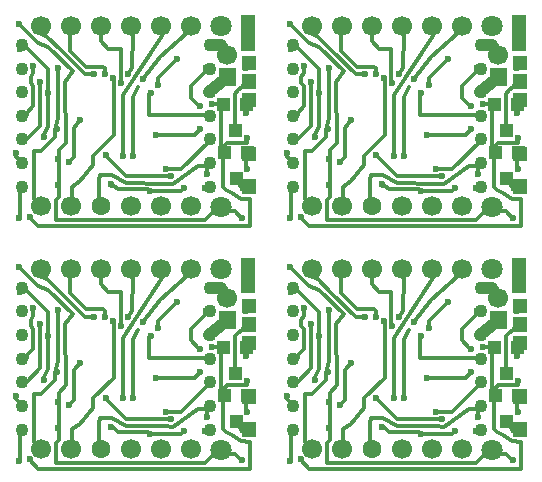
<source format=gbr>
%FSLAX32Y32*%
%MOMM*%
%LNKUPFERSEITE2*%
G71*
G01*
%ADD10C, 1.10*%
%ADD11C, 0.60*%
%ADD12C, 1.70*%
%ADD13C, 1.60*%
%ADD14C, 0.30*%
%ADD15C, 1.80*%
%ADD16C, 1.00*%
%LPD*%
X9977Y6324D02*
G54D10*
D03*
X8387Y6324D02*
G54D10*
D03*
X9977Y6524D02*
G54D10*
D03*
X8387Y6524D02*
G54D10*
D03*
X9977Y6724D02*
G54D10*
D03*
X8387Y6724D02*
G54D10*
D03*
X9977Y6924D02*
G54D10*
D03*
X8387Y6924D02*
G54D10*
D03*
X9977Y7124D02*
G54D10*
D03*
X8387Y7124D02*
G54D10*
D03*
X9977Y7324D02*
G54D10*
D03*
X8387Y7324D02*
G54D10*
D03*
X9977Y7524D02*
G54D10*
D03*
X8387Y7524D02*
G54D10*
D03*
X9160Y7246D02*
G54D11*
D03*
X9819Y6158D02*
G54D12*
D03*
X9565Y6158D02*
G54D12*
D03*
X9311Y6158D02*
G54D12*
D03*
X9057Y6158D02*
G54D13*
D03*
X8803Y6158D02*
G54D12*
D03*
X8549Y6158D02*
G54D12*
D03*
G54D14*
X9604Y6476D02*
X9739Y6476D01*
X9977Y6714D01*
X9604Y6476D02*
G54D11*
D03*
G54D14*
X9946Y6500D02*
X9882Y6500D01*
X9668Y6349D01*
X9602Y6351D01*
X9267Y6353D01*
X9154Y6422D01*
X9046Y6425D01*
X9041Y6380D01*
X9041Y6206D01*
X9247Y6587D02*
G54D11*
D03*
G54D14*
X9247Y6587D02*
X9247Y7103D01*
X9573Y7603D01*
X9327Y6587D02*
G54D11*
D03*
G54D14*
X9327Y6587D02*
X9327Y7087D01*
G54D14*
X8541Y7627D02*
X8604Y7595D01*
X8715Y7484D01*
X8922Y7277D01*
X9001Y7277D01*
X9001Y7277D02*
G54D11*
D03*
X9088Y7277D02*
G54D11*
D03*
G54D14*
X9088Y7277D02*
X9088Y7325D01*
X9073Y7341D01*
X8930Y7341D01*
X8795Y7476D01*
X8795Y7611D01*
G54D14*
X9057Y7611D02*
X9057Y7555D01*
X9120Y7492D01*
X9223Y7492D01*
X9223Y7321D01*
X9223Y7198D01*
G54D14*
X9287Y7277D02*
X9323Y7325D01*
X9327Y7611D01*
X8684Y6809D02*
G54D11*
D03*
G54D14*
X8612Y7135D02*
X8612Y7317D01*
X8430Y7500D01*
X9819Y7682D02*
G54D12*
D03*
X9565Y7682D02*
G54D12*
D03*
X9311Y7682D02*
G54D12*
D03*
X9057Y7682D02*
G54D12*
D03*
X8803Y7682D02*
G54D12*
D03*
X8549Y7682D02*
G54D12*
D03*
X8787Y6531D02*
G54D11*
D03*
G54D14*
X8787Y6531D02*
X8826Y6575D01*
X8826Y6825D01*
X8882Y6888D01*
X8882Y6888D02*
G54D11*
D03*
X10073Y6150D02*
G54D15*
D03*
X8612Y7119D02*
G54D11*
D03*
X8692Y7333D02*
G54D11*
D03*
G54D14*
X8692Y7333D02*
X8692Y6904D01*
X8668Y6801D01*
X8541Y7214D02*
G54D11*
D03*
G54D14*
X8541Y7214D02*
X8541Y6841D01*
X8430Y6730D01*
G54D14*
X9977Y6928D02*
X9462Y6928D01*
X9462Y7111D01*
X9477Y7119D02*
G54D11*
D03*
X10073Y7682D02*
G54D15*
D03*
X10128Y7436D02*
G54D12*
D03*
X8692Y6341D02*
G54D11*
D03*
G54D14*
X8700Y6523D02*
X8700Y6238D01*
X8676Y6214D01*
X8676Y6039D01*
X9938Y6039D01*
X10041Y6142D01*
G54D14*
X8430Y6928D02*
X8430Y6952D01*
X8485Y7008D01*
X8485Y7174D01*
X8461Y7198D01*
X8461Y7254D01*
X8481Y7285D01*
X8485Y7349D01*
X8485Y7349D02*
G54D11*
D03*
X9652Y6412D02*
G54D11*
D03*
G54D14*
X9652Y6412D02*
X9271Y6412D01*
X9088Y6595D01*
G54D14*
X8811Y6230D02*
X8811Y6309D01*
X8811Y6325D01*
X8878Y6369D01*
X8993Y6508D01*
X8993Y6587D01*
X9168Y6762D01*
X9168Y7254D01*
X9096Y6595D02*
G54D11*
D03*
X9898Y7008D02*
G54D11*
D03*
G54D14*
X9906Y7016D02*
X9882Y7016D01*
X9819Y7079D01*
X9819Y7174D01*
X9946Y7301D01*
X9144Y6349D02*
G54D11*
D03*
X9469Y6285D02*
G54D11*
D03*
X9763Y6309D02*
G54D11*
D03*
G54D14*
X9144Y6333D02*
X9168Y6333D01*
X9200Y6301D01*
X9454Y6301D01*
X9469Y6285D01*
X9739Y6285D01*
X9763Y6309D01*
G54D16*
X9977Y7524D02*
X10073Y7524D01*
X10128Y7436D01*
X9700Y7404D02*
G54D11*
D03*
X9541Y7182D02*
G54D11*
D03*
G54D14*
X9541Y7182D02*
X9541Y7246D01*
X9700Y7404D01*
G36*
X10053Y7329D02*
X10203Y7329D01*
X10203Y7179D01*
X10053Y7179D01*
X10053Y7329D01*
G37*
G54D16*
X9970Y7127D02*
X10104Y7238D01*
X10144Y7238D01*
X8390Y7341D02*
G54D11*
D03*
X8398Y7119D02*
G54D11*
D03*
X8342Y6611D02*
G54D11*
D03*
X8366Y6055D02*
G54D11*
D03*
X9946Y7325D02*
G54D11*
D03*
X9970Y7119D02*
G54D11*
D03*
X9954Y6428D02*
G54D11*
D03*
X9938Y6309D02*
G54D11*
D03*
X8572Y6746D02*
G54D11*
D03*
G54D14*
X8612Y7135D02*
X8612Y6833D01*
X8565Y6754D01*
G54D14*
X8374Y6047D02*
X8374Y6309D01*
G54D14*
X8342Y6611D02*
X8342Y6579D01*
X8366Y6555D01*
G54D14*
X8668Y6793D02*
X8668Y6746D01*
X8549Y6627D01*
X8493Y6627D01*
X8493Y6222D01*
X8517Y6198D01*
X8692Y6555D02*
G54D11*
D03*
G54D14*
X8700Y6523D02*
X8700Y6634D01*
X8763Y6698D01*
X8755Y7214D01*
X8819Y7301D01*
X8612Y7508D01*
X8525Y7539D01*
X8366Y7698D01*
X8366Y7698D02*
G54D11*
D03*
X8374Y7492D02*
G54D11*
D03*
G36*
X10343Y6963D02*
X10233Y6963D01*
X10233Y7073D01*
X10343Y7073D01*
X10343Y6963D01*
G37*
G36*
X10153Y6963D02*
X10043Y6963D01*
X10043Y7073D01*
X10153Y7073D01*
X10153Y6963D01*
G37*
G36*
X10248Y6741D02*
X10138Y6741D01*
X10138Y6851D01*
X10248Y6851D01*
X10248Y6741D01*
G37*
X8453Y6071D02*
G54D11*
D03*
G54D14*
X8453Y6063D02*
X8525Y5992D01*
X10096Y5992D01*
X10319Y5992D01*
X10319Y6214D01*
G36*
X10351Y6558D02*
X10241Y6558D01*
X10241Y6668D01*
X10351Y6668D01*
X10351Y6558D01*
G37*
G36*
X10161Y6558D02*
X10051Y6558D01*
X10051Y6668D01*
X10161Y6668D01*
X10161Y6558D01*
G37*
G36*
X10256Y6336D02*
X10146Y6336D01*
X10146Y6446D01*
X10256Y6446D01*
X10256Y6336D01*
G37*
G54D14*
X10073Y6992D02*
X10073Y6634D01*
X10295Y6476D02*
G54D11*
D03*
X10287Y6944D02*
G54D11*
D03*
X10295Y6738D02*
G54D11*
D03*
G54D14*
X10287Y6611D02*
X10287Y6484D01*
G54D14*
X10295Y6746D02*
X10295Y6698D01*
X10128Y6698D01*
X10096Y6666D01*
G54D14*
X10279Y7206D02*
X10255Y7166D01*
X10219Y7143D01*
X10190Y7113D01*
X10192Y7071D01*
X10192Y6817D01*
X10287Y7214D02*
G54D11*
D03*
X10263Y6317D02*
G54D11*
D03*
G54D14*
X10231Y6357D02*
X10231Y6333D01*
X10255Y6309D01*
X10255Y6063D02*
G54D11*
D03*
G54D14*
X10128Y6119D02*
X10192Y6119D01*
X10247Y6063D01*
G54D14*
X10089Y6587D02*
X10089Y6325D01*
X10118Y6299D01*
X10164Y6273D01*
X10241Y6224D01*
X10319Y6222D01*
G36*
X10251Y7274D02*
X10371Y7274D01*
X10371Y7154D01*
X10251Y7154D01*
X10251Y7274D01*
G37*
G36*
X10251Y6385D02*
X10371Y6385D01*
X10371Y6265D01*
X10251Y6265D01*
X10251Y6385D01*
G37*
G36*
X10251Y6663D02*
X10371Y6663D01*
X10371Y6543D01*
X10251Y6543D01*
X10251Y6663D01*
G37*
G36*
X10251Y7115D02*
X10371Y7115D01*
X10371Y6995D01*
X10251Y6995D01*
X10251Y7115D01*
G37*
G54D14*
X9954Y6428D02*
X9954Y6500D01*
X9962Y6508D01*
X10001Y7023D02*
G54D11*
D03*
G54D14*
X10001Y7023D02*
X10089Y7023D01*
X9898Y6809D02*
G54D11*
D03*
X9525Y6762D02*
G54D11*
D03*
G54D14*
X9525Y6762D02*
X9850Y6762D01*
X9898Y6809D01*
G36*
X10251Y7433D02*
X10371Y7433D01*
X10371Y7313D01*
X10251Y7313D01*
X10251Y7433D01*
G37*
X10287Y7325D02*
G54D11*
D03*
G36*
X10243Y7777D02*
X10363Y7777D01*
X10363Y7477D01*
X10243Y7477D01*
X10243Y7777D01*
G37*
X10279Y7690D02*
G54D11*
D03*
X9231Y7198D02*
G54D11*
D03*
X9287Y7277D02*
G54D11*
D03*
X9414Y7238D02*
G54D11*
D03*
G54D14*
X9787Y7627D02*
X9561Y7424D01*
X9414Y7238D01*
G54D14*
X9327Y7087D02*
X9374Y7166D01*
X12271Y6324D02*
G54D10*
D03*
X10681Y6324D02*
G54D10*
D03*
X12271Y6524D02*
G54D10*
D03*
X10681Y6524D02*
G54D10*
D03*
X12271Y6724D02*
G54D10*
D03*
X10681Y6724D02*
G54D10*
D03*
X12271Y6924D02*
G54D10*
D03*
X10681Y6924D02*
G54D10*
D03*
X12271Y7124D02*
G54D10*
D03*
X10681Y7124D02*
G54D10*
D03*
X12271Y7324D02*
G54D10*
D03*
X10681Y7324D02*
G54D10*
D03*
X12271Y7524D02*
G54D10*
D03*
X10681Y7524D02*
G54D10*
D03*
X11454Y7246D02*
G54D11*
D03*
X12113Y6158D02*
G54D12*
D03*
X11859Y6158D02*
G54D12*
D03*
X11605Y6158D02*
G54D12*
D03*
X11351Y6158D02*
G54D13*
D03*
X11097Y6158D02*
G54D12*
D03*
X10843Y6158D02*
G54D12*
D03*
G54D14*
X11898Y6476D02*
X12033Y6476D01*
X12271Y6714D01*
X11898Y6476D02*
G54D11*
D03*
G54D14*
X12240Y6500D02*
X12176Y6500D01*
X11962Y6349D01*
X11896Y6351D01*
X11561Y6353D01*
X11448Y6422D01*
X11340Y6425D01*
X11335Y6380D01*
X11335Y6206D01*
X11541Y6587D02*
G54D11*
D03*
G54D14*
X11541Y6587D02*
X11541Y7103D01*
X11867Y7603D01*
X11620Y6587D02*
G54D11*
D03*
G54D14*
X11620Y6587D02*
X11620Y7087D01*
G54D14*
X10835Y7627D02*
X10898Y7595D01*
X11009Y7484D01*
X11216Y7277D01*
X11295Y7277D01*
X11295Y7277D02*
G54D11*
D03*
X11382Y7277D02*
G54D11*
D03*
G54D14*
X11382Y7277D02*
X11382Y7325D01*
X11366Y7341D01*
X11224Y7341D01*
X11089Y7476D01*
X11089Y7611D01*
G54D14*
X11351Y7611D02*
X11351Y7555D01*
X11414Y7492D01*
X11517Y7492D01*
X11517Y7321D01*
X11517Y7198D01*
G54D14*
X11581Y7277D02*
X11617Y7325D01*
X11620Y7611D01*
X10978Y6809D02*
G54D11*
D03*
G54D14*
X10906Y7135D02*
X10906Y7317D01*
X10724Y7500D01*
X12113Y7682D02*
G54D12*
D03*
X11859Y7682D02*
G54D12*
D03*
X11605Y7682D02*
G54D12*
D03*
X11351Y7682D02*
G54D12*
D03*
X11097Y7682D02*
G54D12*
D03*
X10843Y7682D02*
G54D12*
D03*
X11081Y6531D02*
G54D11*
D03*
G54D14*
X11081Y6531D02*
X11120Y6575D01*
X11120Y6825D01*
X11176Y6888D01*
X11176Y6888D02*
G54D11*
D03*
X12367Y6150D02*
G54D15*
D03*
X10906Y7119D02*
G54D11*
D03*
X10986Y7333D02*
G54D11*
D03*
G54D14*
X10986Y7333D02*
X10986Y6904D01*
X10962Y6801D01*
X10835Y7214D02*
G54D11*
D03*
G54D14*
X10835Y7214D02*
X10835Y6841D01*
X10724Y6730D01*
G54D14*
X12271Y6928D02*
X11755Y6928D01*
X11755Y7111D01*
X11771Y7119D02*
G54D11*
D03*
X12367Y7682D02*
G54D15*
D03*
X12422Y7436D02*
G54D12*
D03*
X10986Y6341D02*
G54D11*
D03*
G54D14*
X10993Y6523D02*
X10993Y6238D01*
X10970Y6214D01*
X10970Y6039D01*
X12232Y6039D01*
X12335Y6142D01*
G54D14*
X10724Y6928D02*
X10724Y6952D01*
X10779Y7008D01*
X10779Y7174D01*
X10755Y7198D01*
X10755Y7254D01*
X10775Y7285D01*
X10779Y7349D01*
X10779Y7349D02*
G54D11*
D03*
X11946Y6412D02*
G54D11*
D03*
G54D14*
X11946Y6412D02*
X11565Y6412D01*
X11382Y6595D01*
G54D14*
X11105Y6230D02*
X11105Y6309D01*
X11105Y6325D01*
X11172Y6369D01*
X11287Y6508D01*
X11287Y6587D01*
X11462Y6762D01*
X11462Y7254D01*
X11390Y6595D02*
G54D11*
D03*
X12192Y7008D02*
G54D11*
D03*
G54D14*
X12200Y7016D02*
X12176Y7016D01*
X12113Y7079D01*
X12113Y7174D01*
X12240Y7301D01*
X11438Y6349D02*
G54D11*
D03*
X11763Y6285D02*
G54D11*
D03*
X12057Y6309D02*
G54D11*
D03*
G54D14*
X11438Y6333D02*
X11462Y6333D01*
X11494Y6301D01*
X11748Y6301D01*
X11763Y6285D01*
X12033Y6285D01*
X12057Y6309D01*
G54D16*
X12271Y7524D02*
X12367Y7524D01*
X12422Y7436D01*
X11994Y7404D02*
G54D11*
D03*
X11835Y7182D02*
G54D11*
D03*
G54D14*
X11835Y7182D02*
X11835Y7246D01*
X11994Y7404D01*
G36*
X12347Y7329D02*
X12497Y7329D01*
X12497Y7179D01*
X12347Y7179D01*
X12347Y7329D01*
G37*
G54D16*
X12263Y7127D02*
X12398Y7238D01*
X12438Y7238D01*
X10684Y7341D02*
G54D11*
D03*
X10692Y7119D02*
G54D11*
D03*
X10636Y6611D02*
G54D11*
D03*
X10660Y6055D02*
G54D11*
D03*
X12240Y7325D02*
G54D11*
D03*
X12263Y7119D02*
G54D11*
D03*
X12248Y6428D02*
G54D11*
D03*
X12232Y6309D02*
G54D11*
D03*
X10866Y6746D02*
G54D11*
D03*
G54D14*
X10906Y7135D02*
X10906Y6833D01*
X10858Y6754D01*
G54D14*
X10668Y6047D02*
X10668Y6309D01*
G54D14*
X10636Y6611D02*
X10636Y6579D01*
X10660Y6555D01*
G54D14*
X10962Y6793D02*
X10962Y6746D01*
X10843Y6627D01*
X10787Y6627D01*
X10787Y6222D01*
X10811Y6198D01*
X10986Y6555D02*
G54D11*
D03*
G54D14*
X10993Y6523D02*
X10993Y6634D01*
X11057Y6698D01*
X11049Y7214D01*
X11112Y7301D01*
X10906Y7508D01*
X10819Y7539D01*
X10660Y7698D01*
X10660Y7698D02*
G54D11*
D03*
X10668Y7492D02*
G54D11*
D03*
G36*
X12637Y6963D02*
X12527Y6963D01*
X12527Y7073D01*
X12637Y7073D01*
X12637Y6963D01*
G37*
G36*
X12447Y6963D02*
X12337Y6963D01*
X12337Y7073D01*
X12447Y7073D01*
X12447Y6963D01*
G37*
G36*
X12542Y6741D02*
X12432Y6741D01*
X12432Y6851D01*
X12542Y6851D01*
X12542Y6741D01*
G37*
X10747Y6071D02*
G54D11*
D03*
G54D14*
X10747Y6063D02*
X10819Y5992D01*
X12390Y5992D01*
X12613Y5992D01*
X12613Y6214D01*
G36*
X12645Y6558D02*
X12535Y6558D01*
X12535Y6668D01*
X12645Y6668D01*
X12645Y6558D01*
G37*
G36*
X12455Y6558D02*
X12345Y6558D01*
X12345Y6668D01*
X12455Y6668D01*
X12455Y6558D01*
G37*
G36*
X12550Y6336D02*
X12440Y6336D01*
X12440Y6446D01*
X12550Y6446D01*
X12550Y6336D01*
G37*
G54D14*
X12367Y6992D02*
X12367Y6634D01*
X12589Y6476D02*
G54D11*
D03*
X12581Y6944D02*
G54D11*
D03*
X12589Y6738D02*
G54D11*
D03*
G54D14*
X12581Y6611D02*
X12581Y6484D01*
G54D14*
X12589Y6746D02*
X12589Y6698D01*
X12422Y6698D01*
X12390Y6666D01*
G54D14*
X12573Y7206D02*
X12549Y7166D01*
X12512Y7143D01*
X12484Y7113D01*
X12486Y7071D01*
X12486Y6817D01*
X12581Y7214D02*
G54D11*
D03*
X12557Y6317D02*
G54D11*
D03*
G54D14*
X12525Y6357D02*
X12525Y6333D01*
X12549Y6309D01*
X12549Y6063D02*
G54D11*
D03*
G54D14*
X12422Y6119D02*
X12486Y6119D01*
X12541Y6063D01*
G54D14*
X12382Y6587D02*
X12382Y6325D01*
X12412Y6299D01*
X12458Y6273D01*
X12535Y6224D01*
X12613Y6222D01*
G36*
X12545Y7274D02*
X12665Y7274D01*
X12665Y7154D01*
X12545Y7154D01*
X12545Y7274D01*
G37*
G36*
X12545Y6385D02*
X12665Y6385D01*
X12665Y6265D01*
X12545Y6265D01*
X12545Y6385D01*
G37*
G36*
X12545Y6663D02*
X12665Y6663D01*
X12665Y6543D01*
X12545Y6543D01*
X12545Y6663D01*
G37*
G36*
X12545Y7115D02*
X12665Y7115D01*
X12665Y6995D01*
X12545Y6995D01*
X12545Y7115D01*
G37*
G54D14*
X12248Y6428D02*
X12248Y6500D01*
X12256Y6508D01*
X12295Y7023D02*
G54D11*
D03*
G54D14*
X12295Y7023D02*
X12382Y7023D01*
X12192Y6809D02*
G54D11*
D03*
X11819Y6762D02*
G54D11*
D03*
G54D14*
X11819Y6762D02*
X12144Y6762D01*
X12192Y6809D01*
G36*
X12545Y7433D02*
X12665Y7433D01*
X12665Y7313D01*
X12545Y7313D01*
X12545Y7433D01*
G37*
X12581Y7325D02*
G54D11*
D03*
G36*
X12537Y7777D02*
X12657Y7777D01*
X12657Y7477D01*
X12537Y7477D01*
X12537Y7777D01*
G37*
X12573Y7690D02*
G54D11*
D03*
X11525Y7198D02*
G54D11*
D03*
X11581Y7277D02*
G54D11*
D03*
X11708Y7238D02*
G54D11*
D03*
G54D14*
X12081Y7627D02*
X11855Y7424D01*
X11708Y7238D01*
G54D14*
X11620Y7087D02*
X11668Y7166D01*
X9977Y4268D02*
G54D10*
D03*
X8387Y4268D02*
G54D10*
D03*
X9977Y4468D02*
G54D10*
D03*
X8387Y4468D02*
G54D10*
D03*
X9977Y4668D02*
G54D10*
D03*
X8387Y4668D02*
G54D10*
D03*
X9977Y4868D02*
G54D10*
D03*
X8387Y4868D02*
G54D10*
D03*
X9977Y5068D02*
G54D10*
D03*
X8387Y5068D02*
G54D10*
D03*
X9977Y5268D02*
G54D10*
D03*
X8387Y5268D02*
G54D10*
D03*
X9977Y5468D02*
G54D10*
D03*
X8387Y5468D02*
G54D10*
D03*
X9160Y5190D02*
G54D11*
D03*
X9819Y4102D02*
G54D12*
D03*
X9565Y4102D02*
G54D12*
D03*
X9311Y4102D02*
G54D12*
D03*
X9057Y4102D02*
G54D13*
D03*
X8803Y4102D02*
G54D12*
D03*
X8549Y4102D02*
G54D12*
D03*
G54D14*
X9604Y4420D02*
X9739Y4420D01*
X9977Y4658D01*
X9604Y4420D02*
G54D11*
D03*
G54D14*
X9946Y4444D02*
X9882Y4444D01*
X9668Y4293D01*
X9602Y4295D01*
X9267Y4297D01*
X9154Y4366D01*
X9046Y4369D01*
X9041Y4325D01*
X9041Y4150D01*
X9247Y4531D02*
G54D11*
D03*
G54D14*
X9247Y4531D02*
X9247Y5047D01*
X9573Y5547D01*
X9327Y4531D02*
G54D11*
D03*
G54D14*
X9327Y4531D02*
X9327Y5031D01*
G54D14*
X8541Y5571D02*
X8604Y5539D01*
X8715Y5428D01*
X8922Y5222D01*
X9001Y5222D01*
X9001Y5222D02*
G54D11*
D03*
X9088Y5222D02*
G54D11*
D03*
G54D14*
X9088Y5222D02*
X9088Y5269D01*
X9073Y5285D01*
X8930Y5285D01*
X8795Y5420D01*
X8795Y5555D01*
G54D14*
X9057Y5555D02*
X9057Y5499D01*
X9120Y5436D01*
X9223Y5436D01*
X9223Y5265D01*
X9223Y5142D01*
G54D14*
X9287Y5222D02*
X9323Y5269D01*
X9327Y5555D01*
X8684Y4753D02*
G54D11*
D03*
G54D14*
X8612Y5079D02*
X8612Y5261D01*
X8430Y5444D01*
X9819Y5626D02*
G54D12*
D03*
X9565Y5626D02*
G54D12*
D03*
X9311Y5626D02*
G54D12*
D03*
X9057Y5626D02*
G54D12*
D03*
X8803Y5626D02*
G54D12*
D03*
X8549Y5626D02*
G54D12*
D03*
X8787Y4476D02*
G54D11*
D03*
G54D14*
X8787Y4476D02*
X8826Y4519D01*
X8826Y4769D01*
X8882Y4833D01*
X8882Y4833D02*
G54D11*
D03*
X10073Y4094D02*
G54D15*
D03*
X8612Y5063D02*
G54D11*
D03*
X8692Y5277D02*
G54D11*
D03*
G54D14*
X8692Y5277D02*
X8692Y4849D01*
X8668Y4745D01*
X8541Y5158D02*
G54D11*
D03*
G54D14*
X8541Y5158D02*
X8541Y4785D01*
X8430Y4674D01*
G54D14*
X9977Y4872D02*
X9462Y4872D01*
X9462Y5055D01*
X9477Y5063D02*
G54D11*
D03*
X10073Y5626D02*
G54D15*
D03*
X10128Y5380D02*
G54D12*
D03*
X8692Y4285D02*
G54D11*
D03*
G54D14*
X8700Y4468D02*
X8700Y4182D01*
X8676Y4158D01*
X8676Y3983D01*
X9938Y3983D01*
X10041Y4087D01*
G54D14*
X8430Y4872D02*
X8430Y4896D01*
X8485Y4952D01*
X8485Y5118D01*
X8461Y5142D01*
X8461Y5198D01*
X8481Y5230D01*
X8485Y5293D01*
X8485Y5293D02*
G54D11*
D03*
X9652Y4356D02*
G54D11*
D03*
G54D14*
X9652Y4356D02*
X9271Y4356D01*
X9088Y4539D01*
G54D14*
X8811Y4174D02*
X8811Y4253D01*
X8811Y4269D01*
X8878Y4313D01*
X8993Y4452D01*
X8993Y4531D01*
X9168Y4706D01*
X9168Y5198D01*
X9096Y4539D02*
G54D11*
D03*
X9898Y4952D02*
G54D11*
D03*
G54D14*
X9906Y4960D02*
X9882Y4960D01*
X9819Y5023D01*
X9819Y5118D01*
X9946Y5245D01*
X9144Y4293D02*
G54D11*
D03*
X9469Y4229D02*
G54D11*
D03*
X9763Y4253D02*
G54D11*
D03*
G54D14*
X9144Y4277D02*
X9168Y4277D01*
X9200Y4245D01*
X9454Y4245D01*
X9469Y4229D01*
X9739Y4229D01*
X9763Y4253D01*
G54D16*
X9977Y5468D02*
X10073Y5468D01*
X10128Y5380D01*
X9700Y5349D02*
G54D11*
D03*
X9541Y5126D02*
G54D11*
D03*
G54D14*
X9541Y5126D02*
X9541Y5190D01*
X9700Y5349D01*
G36*
X10053Y5273D02*
X10203Y5273D01*
X10203Y5123D01*
X10053Y5123D01*
X10053Y5273D01*
G37*
G54D16*
X9970Y5071D02*
X10104Y5182D01*
X10144Y5182D01*
X8390Y5285D02*
G54D11*
D03*
X8398Y5063D02*
G54D11*
D03*
X8342Y4555D02*
G54D11*
D03*
X8366Y3999D02*
G54D11*
D03*
X9946Y5269D02*
G54D11*
D03*
X9970Y5063D02*
G54D11*
D03*
X9954Y4372D02*
G54D11*
D03*
X9938Y4253D02*
G54D11*
D03*
X8572Y4690D02*
G54D11*
D03*
G54D14*
X8612Y5079D02*
X8612Y4777D01*
X8565Y4698D01*
G54D14*
X8374Y3991D02*
X8374Y4253D01*
G54D14*
X8342Y4555D02*
X8342Y4523D01*
X8366Y4499D01*
G54D14*
X8668Y4737D02*
X8668Y4690D01*
X8549Y4571D01*
X8493Y4571D01*
X8493Y4166D01*
X8517Y4142D01*
X8692Y4499D02*
G54D11*
D03*
G54D14*
X8700Y4468D02*
X8700Y4579D01*
X8763Y4642D01*
X8755Y5158D01*
X8819Y5245D01*
X8612Y5452D01*
X8525Y5484D01*
X8366Y5642D01*
X8366Y5642D02*
G54D11*
D03*
X8374Y5436D02*
G54D11*
D03*
G36*
X10343Y4907D02*
X10233Y4907D01*
X10233Y5017D01*
X10343Y5017D01*
X10343Y4907D01*
G37*
G36*
X10153Y4907D02*
X10043Y4907D01*
X10043Y5017D01*
X10153Y5017D01*
X10153Y4907D01*
G37*
G36*
X10248Y4685D02*
X10138Y4685D01*
X10138Y4795D01*
X10248Y4795D01*
X10248Y4685D01*
G37*
X8453Y4015D02*
G54D11*
D03*
G54D14*
X8453Y4007D02*
X8525Y3936D01*
X10096Y3936D01*
X10319Y3936D01*
X10319Y4158D01*
G36*
X10351Y4502D02*
X10241Y4502D01*
X10241Y4612D01*
X10351Y4612D01*
X10351Y4502D01*
G37*
G36*
X10161Y4502D02*
X10051Y4502D01*
X10051Y4612D01*
X10161Y4612D01*
X10161Y4502D01*
G37*
G36*
X10256Y4280D02*
X10146Y4280D01*
X10146Y4390D01*
X10256Y4390D01*
X10256Y4280D01*
G37*
G54D14*
X10073Y4936D02*
X10073Y4579D01*
X10295Y4420D02*
G54D11*
D03*
X10287Y4888D02*
G54D11*
D03*
X10295Y4682D02*
G54D11*
D03*
G54D14*
X10287Y4555D02*
X10287Y4428D01*
G54D14*
X10295Y4690D02*
X10295Y4642D01*
X10128Y4642D01*
X10096Y4610D01*
G54D14*
X10279Y5150D02*
X10255Y5110D01*
X10219Y5088D01*
X10190Y5057D01*
X10192Y5015D01*
X10192Y4761D01*
X10287Y5158D02*
G54D11*
D03*
X10263Y4261D02*
G54D11*
D03*
G54D14*
X10231Y4301D02*
X10231Y4277D01*
X10255Y4253D01*
X10255Y4007D02*
G54D11*
D03*
G54D14*
X10128Y4063D02*
X10192Y4063D01*
X10247Y4007D01*
G54D14*
X10089Y4531D02*
X10089Y4269D01*
X10118Y4243D01*
X10164Y4218D01*
X10241Y4168D01*
X10319Y4166D01*
G36*
X10251Y5218D02*
X10371Y5218D01*
X10371Y5098D01*
X10251Y5098D01*
X10251Y5218D01*
G37*
G36*
X10251Y4329D02*
X10371Y4329D01*
X10371Y4209D01*
X10251Y4209D01*
X10251Y4329D01*
G37*
G36*
X10251Y4607D02*
X10371Y4607D01*
X10371Y4487D01*
X10251Y4487D01*
X10251Y4607D01*
G37*
G36*
X10251Y5059D02*
X10371Y5059D01*
X10371Y4939D01*
X10251Y4939D01*
X10251Y5059D01*
G37*
G54D14*
X9954Y4372D02*
X9954Y4444D01*
X9962Y4452D01*
X10001Y4968D02*
G54D11*
D03*
G54D14*
X10001Y4968D02*
X10089Y4968D01*
X9898Y4753D02*
G54D11*
D03*
X9525Y4706D02*
G54D11*
D03*
G54D14*
X9525Y4706D02*
X9850Y4706D01*
X9898Y4753D01*
G36*
X10251Y5377D02*
X10371Y5377D01*
X10371Y5257D01*
X10251Y5257D01*
X10251Y5377D01*
G37*
X10287Y5269D02*
G54D11*
D03*
G36*
X10243Y5721D02*
X10363Y5721D01*
X10363Y5421D01*
X10243Y5421D01*
X10243Y5721D01*
G37*
X10279Y5634D02*
G54D11*
D03*
X9231Y5142D02*
G54D11*
D03*
X9287Y5222D02*
G54D11*
D03*
X9414Y5182D02*
G54D11*
D03*
G54D14*
X9787Y5571D02*
X9561Y5368D01*
X9414Y5182D01*
G54D14*
X9327Y5031D02*
X9374Y5110D01*
X12271Y4268D02*
G54D10*
D03*
X10681Y4268D02*
G54D10*
D03*
X12271Y4468D02*
G54D10*
D03*
X10681Y4468D02*
G54D10*
D03*
X12271Y4668D02*
G54D10*
D03*
X10681Y4668D02*
G54D10*
D03*
X12271Y4868D02*
G54D10*
D03*
X10681Y4868D02*
G54D10*
D03*
X12271Y5068D02*
G54D10*
D03*
X10681Y5068D02*
G54D10*
D03*
X12271Y5268D02*
G54D10*
D03*
X10681Y5268D02*
G54D10*
D03*
X12271Y5468D02*
G54D10*
D03*
X10681Y5468D02*
G54D10*
D03*
X11454Y5190D02*
G54D11*
D03*
X12113Y4102D02*
G54D12*
D03*
X11859Y4102D02*
G54D12*
D03*
X11605Y4102D02*
G54D12*
D03*
X11351Y4102D02*
G54D13*
D03*
X11097Y4102D02*
G54D12*
D03*
X10843Y4102D02*
G54D12*
D03*
G54D14*
X11898Y4420D02*
X12033Y4420D01*
X12271Y4658D01*
X11898Y4420D02*
G54D11*
D03*
G54D14*
X12240Y4444D02*
X12176Y4444D01*
X11962Y4293D01*
X11896Y4295D01*
X11561Y4297D01*
X11448Y4366D01*
X11340Y4369D01*
X11335Y4325D01*
X11335Y4150D01*
X11541Y4531D02*
G54D11*
D03*
G54D14*
X11541Y4531D02*
X11541Y5047D01*
X11867Y5547D01*
X11620Y4531D02*
G54D11*
D03*
G54D14*
X11620Y4531D02*
X11620Y5031D01*
G54D14*
X10835Y5571D02*
X10898Y5539D01*
X11009Y5428D01*
X11216Y5222D01*
X11295Y5222D01*
X11295Y5222D02*
G54D11*
D03*
X11382Y5222D02*
G54D11*
D03*
G54D14*
X11382Y5222D02*
X11382Y5269D01*
X11366Y5285D01*
X11224Y5285D01*
X11089Y5420D01*
X11089Y5555D01*
G54D14*
X11351Y5555D02*
X11351Y5499D01*
X11414Y5436D01*
X11517Y5436D01*
X11517Y5265D01*
X11517Y5142D01*
G54D14*
X11581Y5222D02*
X11617Y5269D01*
X11620Y5555D01*
X10978Y4753D02*
G54D11*
D03*
G54D14*
X10906Y5079D02*
X10906Y5261D01*
X10724Y5444D01*
X12113Y5626D02*
G54D12*
D03*
X11859Y5626D02*
G54D12*
D03*
X11605Y5626D02*
G54D12*
D03*
X11351Y5626D02*
G54D12*
D03*
X11097Y5626D02*
G54D12*
D03*
X10843Y5626D02*
G54D12*
D03*
X11081Y4476D02*
G54D11*
D03*
G54D14*
X11081Y4476D02*
X11120Y4519D01*
X11120Y4769D01*
X11176Y4833D01*
X11176Y4833D02*
G54D11*
D03*
X12367Y4094D02*
G54D15*
D03*
X10906Y5063D02*
G54D11*
D03*
X10986Y5277D02*
G54D11*
D03*
G54D14*
X10986Y5277D02*
X10986Y4849D01*
X10962Y4745D01*
X10835Y5158D02*
G54D11*
D03*
G54D14*
X10835Y5158D02*
X10835Y4785D01*
X10724Y4674D01*
G54D14*
X12271Y4872D02*
X11755Y4872D01*
X11755Y5055D01*
X11771Y5063D02*
G54D11*
D03*
X12367Y5626D02*
G54D15*
D03*
X12422Y5380D02*
G54D12*
D03*
X10986Y4285D02*
G54D11*
D03*
G54D14*
X10993Y4468D02*
X10993Y4182D01*
X10970Y4158D01*
X10970Y3983D01*
X12232Y3983D01*
X12335Y4087D01*
G54D14*
X10724Y4872D02*
X10724Y4896D01*
X10779Y4952D01*
X10779Y5118D01*
X10755Y5142D01*
X10755Y5198D01*
X10775Y5230D01*
X10779Y5293D01*
X10779Y5293D02*
G54D11*
D03*
X11946Y4356D02*
G54D11*
D03*
G54D14*
X11946Y4356D02*
X11565Y4356D01*
X11382Y4539D01*
G54D14*
X11105Y4174D02*
X11105Y4253D01*
X11105Y4269D01*
X11172Y4313D01*
X11287Y4452D01*
X11287Y4531D01*
X11462Y4706D01*
X11462Y5198D01*
X11390Y4539D02*
G54D11*
D03*
X12192Y4952D02*
G54D11*
D03*
G54D14*
X12200Y4960D02*
X12176Y4960D01*
X12113Y5023D01*
X12113Y5118D01*
X12240Y5245D01*
X11438Y4293D02*
G54D11*
D03*
X11763Y4229D02*
G54D11*
D03*
X12057Y4253D02*
G54D11*
D03*
G54D14*
X11438Y4277D02*
X11462Y4277D01*
X11494Y4245D01*
X11748Y4245D01*
X11763Y4229D01*
X12033Y4229D01*
X12057Y4253D01*
G54D16*
X12271Y5468D02*
X12367Y5468D01*
X12422Y5380D01*
X11994Y5349D02*
G54D11*
D03*
X11835Y5126D02*
G54D11*
D03*
G54D14*
X11835Y5126D02*
X11835Y5190D01*
X11994Y5349D01*
G36*
X12347Y5273D02*
X12497Y5273D01*
X12497Y5123D01*
X12347Y5123D01*
X12347Y5273D01*
G37*
G54D16*
X12263Y5071D02*
X12398Y5182D01*
X12438Y5182D01*
X10684Y5285D02*
G54D11*
D03*
X10692Y5063D02*
G54D11*
D03*
X10636Y4555D02*
G54D11*
D03*
X10660Y3999D02*
G54D11*
D03*
X12240Y5269D02*
G54D11*
D03*
X12263Y5063D02*
G54D11*
D03*
X12248Y4372D02*
G54D11*
D03*
X12232Y4253D02*
G54D11*
D03*
X10866Y4690D02*
G54D11*
D03*
G54D14*
X10906Y5079D02*
X10906Y4777D01*
X10858Y4698D01*
G54D14*
X10668Y3991D02*
X10668Y4253D01*
G54D14*
X10636Y4555D02*
X10636Y4523D01*
X10660Y4499D01*
G54D14*
X10962Y4737D02*
X10962Y4690D01*
X10843Y4571D01*
X10787Y4571D01*
X10787Y4166D01*
X10811Y4142D01*
X10986Y4499D02*
G54D11*
D03*
G54D14*
X10993Y4468D02*
X10993Y4579D01*
X11057Y4642D01*
X11049Y5158D01*
X11112Y5245D01*
X10906Y5452D01*
X10819Y5484D01*
X10660Y5642D01*
X10660Y5642D02*
G54D11*
D03*
X10668Y5436D02*
G54D11*
D03*
G36*
X12637Y4907D02*
X12527Y4907D01*
X12527Y5017D01*
X12637Y5017D01*
X12637Y4907D01*
G37*
G36*
X12447Y4907D02*
X12337Y4907D01*
X12337Y5017D01*
X12447Y5017D01*
X12447Y4907D01*
G37*
G36*
X12542Y4685D02*
X12432Y4685D01*
X12432Y4795D01*
X12542Y4795D01*
X12542Y4685D01*
G37*
X10747Y4015D02*
G54D11*
D03*
G54D14*
X10747Y4007D02*
X10819Y3936D01*
X12390Y3936D01*
X12613Y3936D01*
X12613Y4158D01*
G36*
X12645Y4502D02*
X12535Y4502D01*
X12535Y4612D01*
X12645Y4612D01*
X12645Y4502D01*
G37*
G36*
X12455Y4502D02*
X12345Y4502D01*
X12345Y4612D01*
X12455Y4612D01*
X12455Y4502D01*
G37*
G36*
X12550Y4280D02*
X12440Y4280D01*
X12440Y4390D01*
X12550Y4390D01*
X12550Y4280D01*
G37*
G54D14*
X12367Y4936D02*
X12367Y4579D01*
X12589Y4420D02*
G54D11*
D03*
X12581Y4888D02*
G54D11*
D03*
X12589Y4682D02*
G54D11*
D03*
G54D14*
X12581Y4555D02*
X12581Y4428D01*
G54D14*
X12589Y4690D02*
X12589Y4642D01*
X12422Y4642D01*
X12390Y4610D01*
G54D14*
X12573Y5150D02*
X12549Y5110D01*
X12512Y5088D01*
X12484Y5057D01*
X12486Y5015D01*
X12486Y4761D01*
X12581Y5158D02*
G54D11*
D03*
X12557Y4261D02*
G54D11*
D03*
G54D14*
X12525Y4301D02*
X12525Y4277D01*
X12549Y4253D01*
X12549Y4007D02*
G54D11*
D03*
G54D14*
X12422Y4063D02*
X12486Y4063D01*
X12541Y4007D01*
G54D14*
X12382Y4531D02*
X12382Y4269D01*
X12412Y4243D01*
X12458Y4218D01*
X12535Y4168D01*
X12613Y4166D01*
G36*
X12545Y5218D02*
X12665Y5218D01*
X12665Y5098D01*
X12545Y5098D01*
X12545Y5218D01*
G37*
G36*
X12545Y4329D02*
X12665Y4329D01*
X12665Y4209D01*
X12545Y4209D01*
X12545Y4329D01*
G37*
G36*
X12545Y4607D02*
X12665Y4607D01*
X12665Y4487D01*
X12545Y4487D01*
X12545Y4607D01*
G37*
G36*
X12545Y5059D02*
X12665Y5059D01*
X12665Y4939D01*
X12545Y4939D01*
X12545Y5059D01*
G37*
G54D14*
X12248Y4372D02*
X12248Y4444D01*
X12256Y4452D01*
X12295Y4968D02*
G54D11*
D03*
G54D14*
X12295Y4968D02*
X12382Y4968D01*
X12192Y4753D02*
G54D11*
D03*
X11819Y4706D02*
G54D11*
D03*
G54D14*
X11819Y4706D02*
X12144Y4706D01*
X12192Y4753D01*
G36*
X12545Y5377D02*
X12665Y5377D01*
X12665Y5257D01*
X12545Y5257D01*
X12545Y5377D01*
G37*
X12581Y5269D02*
G54D11*
D03*
G36*
X12537Y5721D02*
X12657Y5721D01*
X12657Y5421D01*
X12537Y5421D01*
X12537Y5721D01*
G37*
X12573Y5634D02*
G54D11*
D03*
X11525Y5142D02*
G54D11*
D03*
X11581Y5222D02*
G54D11*
D03*
X11708Y5182D02*
G54D11*
D03*
G54D14*
X12081Y5571D02*
X11855Y5368D01*
X11708Y5182D01*
G54D14*
X11620Y5031D02*
X11668Y5110D01*
M02*

</source>
